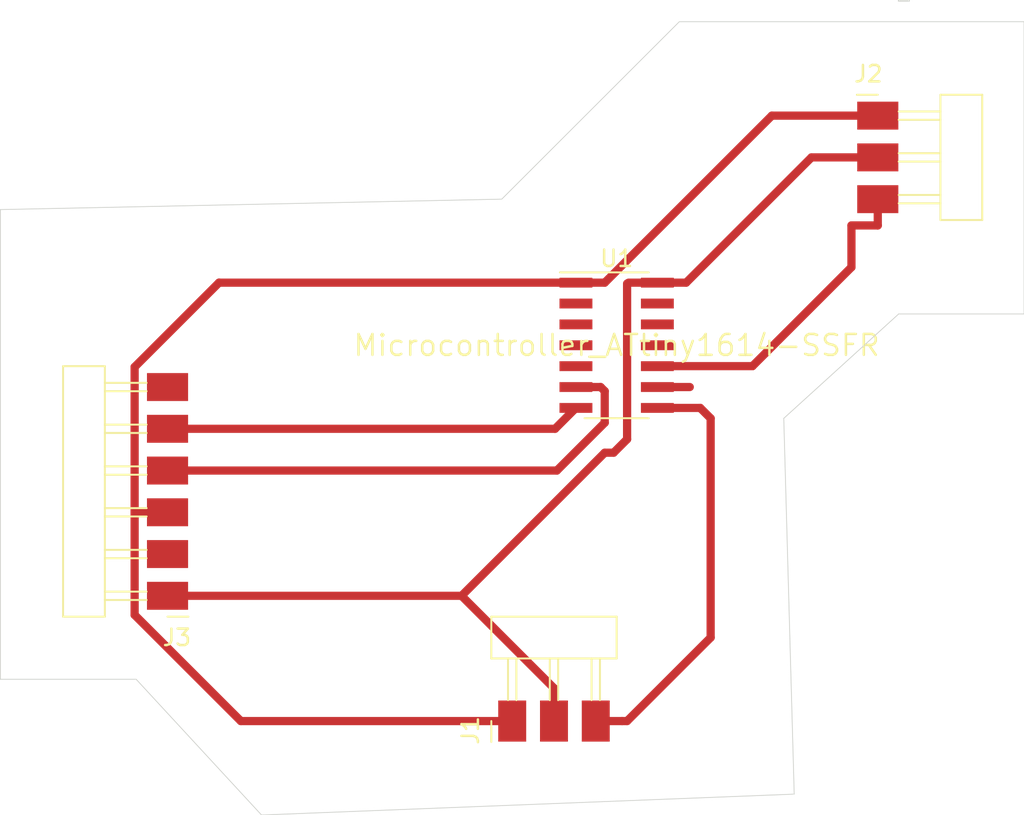
<source format=kicad_pcb>
(kicad_pcb (version 20171130) (host pcbnew "(5.1.9)-1")

  (general
    (thickness 1.6)
    (drawings 12)
    (tracks 41)
    (zones 0)
    (modules 4)
    (nets 17)
  )

  (page A4)
  (layers
    (0 F.Cu signal)
    (31 B.Cu signal)
    (32 B.Adhes user)
    (33 F.Adhes user)
    (34 B.Paste user)
    (35 F.Paste user)
    (36 B.SilkS user)
    (37 F.SilkS user)
    (38 B.Mask user)
    (39 F.Mask user)
    (40 Dwgs.User user)
    (41 Cmts.User user)
    (42 Eco1.User user)
    (43 Eco2.User user)
    (44 Edge.Cuts user)
    (45 Margin user)
    (46 B.CrtYd user)
    (47 F.CrtYd user)
    (48 B.Fab user)
    (49 F.Fab user)
  )

  (setup
    (last_trace_width 0.5)
    (trace_clearance 0.5)
    (zone_clearance 0.508)
    (zone_45_only no)
    (trace_min 0.5)
    (via_size 0.8)
    (via_drill 0.4)
    (via_min_size 0.5)
    (via_min_drill 0.3)
    (uvia_size 0.3)
    (uvia_drill 0.1)
    (uvias_allowed no)
    (uvia_min_size 0.2)
    (uvia_min_drill 0.1)
    (edge_width 0.05)
    (segment_width 0.2)
    (pcb_text_width 0.3)
    (pcb_text_size 1.5 1.5)
    (mod_edge_width 0.12)
    (mod_text_size 1 1)
    (mod_text_width 0.15)
    (pad_size 1.524 1.524)
    (pad_drill 0.762)
    (pad_to_mask_clearance 0)
    (aux_axis_origin 0 0)
    (visible_elements 7FFFFFFF)
    (pcbplotparams
      (layerselection 0x010fc_ffffffff)
      (usegerberextensions false)
      (usegerberattributes true)
      (usegerberadvancedattributes true)
      (creategerberjobfile true)
      (excludeedgelayer true)
      (linewidth 0.100000)
      (plotframeref false)
      (viasonmask false)
      (mode 1)
      (useauxorigin false)
      (hpglpennumber 1)
      (hpglpenspeed 20)
      (hpglpendiameter 15.000000)
      (psnegative false)
      (psa4output false)
      (plotreference true)
      (plotvalue true)
      (plotinvisibletext false)
      (padsonsilk false)
      (subtractmaskfromsilk false)
      (outputformat 1)
      (mirror false)
      (drillshape 1)
      (scaleselection 1)
      (outputdirectory ""))
  )

  (net 0 "")
  (net 1 "Net-(U1-Pad13)")
  (net 2 "Net-(U1-Pad12)")
  (net 3 "Net-(U1-Pad11)")
  (net 4 "Net-(J1-Pad3)")
  (net 5 "Net-(U1-Pad5)")
  (net 6 "Net-(J3-Pad4)")
  (net 7 "Net-(J3-Pad5)")
  (net 8 "Net-(U1-Pad2)")
  (net 9 "Net-(J3-Pad2)")
  (net 10 "Net-(J3-Pad6)")
  (net 11 "Net-(U1-Pad9)")
  (net 12 "Net-(U1-Pad7)")
  (net 13 "Net-(U1-Pad6)")
  (net 14 /VCC)
  (net 15 /GND)
  (net 16 /UPDI)

  (net_class Default "This is the default net class."
    (clearance 0.5)
    (trace_width 0.5)
    (via_dia 0.8)
    (via_drill 0.4)
    (uvia_dia 0.3)
    (uvia_drill 0.1)
    (add_net /GND)
    (add_net /UPDI)
    (add_net /VCC)
    (add_net "Net-(J1-Pad3)")
    (add_net "Net-(J3-Pad2)")
    (add_net "Net-(J3-Pad4)")
    (add_net "Net-(J3-Pad5)")
    (add_net "Net-(J3-Pad6)")
    (add_net "Net-(U1-Pad11)")
    (add_net "Net-(U1-Pad12)")
    (add_net "Net-(U1-Pad13)")
    (add_net "Net-(U1-Pad2)")
    (add_net "Net-(U1-Pad5)")
    (add_net "Net-(U1-Pad6)")
    (add_net "Net-(U1-Pad7)")
    (add_net "Net-(U1-Pad9)")
  )

  (module fab:SOIC-14_3.9x8.7mm_P1.27mm (layer F.Cu) (tedit 60030324) (tstamp 60B82254)
    (at 180.975 75.565)
    (descr "SOIC, 14 Pin, fab version")
    (tags "SOIC fab")
    (path /60B7B318)
    (attr smd)
    (fp_text reference U1 (at 0 -5.28) (layer F.SilkS)
      (effects (font (size 1 1) (thickness 0.15)))
    )
    (fp_text value Microcontroller_ATtiny1614-SSFR (at 0 0) (layer F.SilkS)
      (effects (font (size 1.27 1.27) (thickness 0.15)))
    )
    (fp_line (start -3.6 4.5) (end -3.6 -4.5) (layer F.CrtYd) (width 0.05))
    (fp_line (start 3.7 4.5) (end -3.6 4.5) (layer F.CrtYd) (width 0.05))
    (fp_line (start 3.7 -4.5) (end 3.7 4.5) (layer F.CrtYd) (width 0.05))
    (fp_line (start -3.6 -4.5) (end 3.7 -4.5) (layer F.CrtYd) (width 0.05))
    (fp_line (start 0 4.435) (end 1.95 4.435) (layer F.SilkS) (width 0.12))
    (fp_line (start 0 4.435) (end -1.95 4.435) (layer F.SilkS) (width 0.12))
    (fp_line (start 0 -4.435) (end 1.95 -4.435) (layer F.SilkS) (width 0.12))
    (fp_line (start 0 -4.435) (end -3.45 -4.435) (layer F.SilkS) (width 0.12))
    (fp_line (start -0.975 -4.325) (end 1.95 -4.325) (layer F.Fab) (width 0.1))
    (fp_line (start 1.95 -4.325) (end 1.95 4.325) (layer F.Fab) (width 0.1))
    (fp_line (start 1.95 4.325) (end -1.95 4.325) (layer F.Fab) (width 0.1))
    (fp_line (start -1.95 4.325) (end -1.95 -3.35) (layer F.Fab) (width 0.1))
    (fp_line (start -1.95 -3.35) (end -0.975 -4.325) (layer F.Fab) (width 0.1))
    (fp_text user %R (at 0 0) (layer F.CrtYd)
      (effects (font (size 1 1) (thickness 0.15)))
    )
    (pad 14 smd rect (at 2.475 -3.81) (size 2 0.6) (layers F.Cu F.Paste F.Mask)
      (net 15 /GND))
    (pad 13 smd rect (at 2.475 -2.54) (size 2 0.6) (layers F.Cu F.Paste F.Mask)
      (net 1 "Net-(U1-Pad13)"))
    (pad 12 smd rect (at 2.475 -1.27) (size 2 0.6) (layers F.Cu F.Paste F.Mask)
      (net 2 "Net-(U1-Pad12)"))
    (pad 11 smd rect (at 2.475 0) (size 2 0.6) (layers F.Cu F.Paste F.Mask)
      (net 3 "Net-(U1-Pad11)"))
    (pad 10 smd rect (at 2.475 1.27) (size 2 0.6) (layers F.Cu F.Paste F.Mask)
      (net 16 /UPDI))
    (pad 9 smd rect (at 2.475 2.54) (size 2 0.6) (layers F.Cu F.Paste F.Mask)
      (net 11 "Net-(U1-Pad9)"))
    (pad 8 smd rect (at 2.475 3.81) (size 2 0.6) (layers F.Cu F.Paste F.Mask)
      (net 4 "Net-(J1-Pad3)"))
    (pad 7 smd rect (at -2.475 3.81) (size 2 0.6) (layers F.Cu F.Paste F.Mask)
      (net 12 "Net-(U1-Pad7)"))
    (pad 6 smd rect (at -2.475 2.54) (size 2 0.6) (layers F.Cu F.Paste F.Mask)
      (net 13 "Net-(U1-Pad6)"))
    (pad 5 smd rect (at -2.475 1.27) (size 2 0.6) (layers F.Cu F.Paste F.Mask)
      (net 5 "Net-(U1-Pad5)"))
    (pad 4 smd rect (at -2.475 0) (size 2 0.6) (layers F.Cu F.Paste F.Mask)
      (net 6 "Net-(J3-Pad4)"))
    (pad 3 smd rect (at -2.475 -1.27) (size 2 0.6) (layers F.Cu F.Paste F.Mask)
      (net 7 "Net-(J3-Pad5)"))
    (pad 2 smd rect (at -2.475 -2.54) (size 2 0.6) (layers F.Cu F.Paste F.Mask)
      (net 8 "Net-(U1-Pad2)"))
    (pad 1 smd rect (at -2.475 -3.81) (size 2 0.6) (layers F.Cu F.Paste F.Mask)
      (net 14 /VCC))
    (model ${FAB}/fab.3dshapes/SOIC-14_3.9x8.7mm_P1.27mm.step
      (at (xyz 0 0 0))
      (scale (xyz 1 1 1))
      (rotate (xyz 0 0 0))
    )
  )

  (module fab:Header_SMD_01x03_P2.54mm_Horizontal_Male (layer F.Cu) (tedit 5FFC95A6) (tstamp 60B825AE)
    (at 174.625 98.425 90)
    (descr https://s3.amazonaws.com/catalogspreads-pdf/PAGE112-113%20.100%20MALE%20HDR.pdf)
    (tags "horizontal pin header SMD 2.54mm")
    (path /60B7C286)
    (attr smd)
    (fp_text reference J1 (at -1.524 -2.54 270) (layer F.SilkS)
      (effects (font (size 1 1) (thickness 0.15)) (justify left))
    )
    (fp_text value Hygrometer (at 2.6 8.3 90) (layer F.Fab)
      (effects (font (size 1 1) (thickness 0.15)))
    )
    (fp_line (start 6.4 -1.8) (end -1.8 -1.8) (layer F.CrtYd) (width 0.05))
    (fp_line (start 6.4 6.9) (end 6.4 -1.8) (layer F.CrtYd) (width 0.05))
    (fp_line (start -1.8 6.9) (end 6.4 6.9) (layer F.CrtYd) (width 0.05))
    (fp_line (start -1.8 -1.8) (end -1.8 6.9) (layer F.CrtYd) (width 0.05))
    (fp_line (start -1.27 -1.27) (end 0 -1.27) (layer F.SilkS) (width 0.12))
    (fp_line (start 3.81 6.35) (end 3.8 -1.27) (layer F.Fab) (width 0.1))
    (fp_line (start 3.8 -1.27) (end 6.34 -1.27) (layer F.Fab) (width 0.1))
    (fp_line (start 3.8 6.35) (end 6.35 6.35) (layer F.Fab) (width 0.1))
    (fp_line (start 6.34 -1.27) (end 6.35 6.35) (layer F.Fab) (width 0.1))
    (fp_line (start 3.81 0) (end -0.635 0) (layer F.Fab) (width 0.1))
    (fp_line (start 3.81 2.54) (end -0.635 2.54) (layer F.Fab) (width 0.1))
    (fp_line (start 3.81 5.08) (end -0.635 5.08) (layer F.Fab) (width 0.1))
    (fp_line (start 3.81 -1.27) (end 6.35 -1.27) (layer F.SilkS) (width 0.12))
    (fp_line (start 6.35 -1.27) (end 6.35 6.35) (layer F.SilkS) (width 0.12))
    (fp_line (start 6.35 6.35) (end 3.81 6.35) (layer F.SilkS) (width 0.12))
    (fp_line (start 3.81 6.35) (end 3.81 -1.27) (layer F.SilkS) (width 0.12))
    (fp_line (start 3.81 -0.254) (end 1.27 -0.254) (layer F.SilkS) (width 0.12))
    (fp_line (start 3.81 0.254) (end 1.27 0.254) (layer F.SilkS) (width 0.12))
    (fp_line (start 3.81 2.286) (end 1.27 2.286) (layer F.SilkS) (width 0.12))
    (fp_line (start 3.81 2.794) (end 1.27 2.794) (layer F.SilkS) (width 0.12))
    (fp_line (start 3.81 4.826) (end 1.27 4.826) (layer F.SilkS) (width 0.12))
    (fp_line (start 3.81 5.334) (end 1.27 5.334) (layer F.SilkS) (width 0.12))
    (fp_line (start -0.635 -0.254) (end -0.635 0.254) (layer F.Fab) (width 0.1))
    (fp_line (start -0.635 2.286) (end -0.635 2.794) (layer F.Fab) (width 0.1))
    (fp_line (start -0.635 4.826) (end -0.635 5.334) (layer F.Fab) (width 0.1))
    (fp_text user %R (at 2.4 2.6) (layer F.Fab)
      (effects (font (size 1 1) (thickness 0.15)))
    )
    (pad 1 smd rect (at 0 0 90) (size 2.5 1.7) (layers F.Cu F.Paste F.Mask)
      (net 14 /VCC))
    (pad 2 smd rect (at 0 2.54 90) (size 2.5 1.7) (layers F.Cu F.Paste F.Mask)
      (net 15 /GND))
    (pad 3 smd rect (at 0 5.08 90) (size 2.5 1.7) (layers F.Cu F.Paste F.Mask)
      (net 4 "Net-(J1-Pad3)"))
    (model "$(FAB)/fab.3dshapes/Header_SMD_01x03_P2.54mm_Horizontal_Male.step"
      (at (xyz 0 0 0))
      (scale (xyz 1 1 1))
      (rotate (xyz 0 0 0))
    )
  )

  (module fab:Header_SMD_01x03_P2.54mm_Horizontal_Male (layer F.Cu) (tedit 5FFC95A6) (tstamp 60B825CF)
    (at 196.85 61.595)
    (descr https://s3.amazonaws.com/catalogspreads-pdf/PAGE112-113%20.100%20MALE%20HDR.pdf)
    (tags "horizontal pin header SMD 2.54mm")
    (path /60B7CD0C)
    (attr smd)
    (fp_text reference J2 (at -1.524 -2.54 180) (layer F.SilkS)
      (effects (font (size 1 1) (thickness 0.15)) (justify left))
    )
    (fp_text value Program (at 2.6 8.3) (layer F.Fab)
      (effects (font (size 1 1) (thickness 0.15)))
    )
    (fp_line (start -0.635 4.826) (end -0.635 5.334) (layer F.Fab) (width 0.1))
    (fp_line (start -0.635 2.286) (end -0.635 2.794) (layer F.Fab) (width 0.1))
    (fp_line (start -0.635 -0.254) (end -0.635 0.254) (layer F.Fab) (width 0.1))
    (fp_line (start 3.81 5.334) (end 1.27 5.334) (layer F.SilkS) (width 0.12))
    (fp_line (start 3.81 4.826) (end 1.27 4.826) (layer F.SilkS) (width 0.12))
    (fp_line (start 3.81 2.794) (end 1.27 2.794) (layer F.SilkS) (width 0.12))
    (fp_line (start 3.81 2.286) (end 1.27 2.286) (layer F.SilkS) (width 0.12))
    (fp_line (start 3.81 0.254) (end 1.27 0.254) (layer F.SilkS) (width 0.12))
    (fp_line (start 3.81 -0.254) (end 1.27 -0.254) (layer F.SilkS) (width 0.12))
    (fp_line (start 3.81 6.35) (end 3.81 -1.27) (layer F.SilkS) (width 0.12))
    (fp_line (start 6.35 6.35) (end 3.81 6.35) (layer F.SilkS) (width 0.12))
    (fp_line (start 6.35 -1.27) (end 6.35 6.35) (layer F.SilkS) (width 0.12))
    (fp_line (start 3.81 -1.27) (end 6.35 -1.27) (layer F.SilkS) (width 0.12))
    (fp_line (start 3.81 5.08) (end -0.635 5.08) (layer F.Fab) (width 0.1))
    (fp_line (start 3.81 2.54) (end -0.635 2.54) (layer F.Fab) (width 0.1))
    (fp_line (start 3.81 0) (end -0.635 0) (layer F.Fab) (width 0.1))
    (fp_line (start 6.34 -1.27) (end 6.35 6.35) (layer F.Fab) (width 0.1))
    (fp_line (start 3.8 6.35) (end 6.35 6.35) (layer F.Fab) (width 0.1))
    (fp_line (start 3.8 -1.27) (end 6.34 -1.27) (layer F.Fab) (width 0.1))
    (fp_line (start 3.81 6.35) (end 3.8 -1.27) (layer F.Fab) (width 0.1))
    (fp_line (start -1.27 -1.27) (end 0 -1.27) (layer F.SilkS) (width 0.12))
    (fp_line (start -1.8 -1.8) (end -1.8 6.9) (layer F.CrtYd) (width 0.05))
    (fp_line (start -1.8 6.9) (end 6.4 6.9) (layer F.CrtYd) (width 0.05))
    (fp_line (start 6.4 6.9) (end 6.4 -1.8) (layer F.CrtYd) (width 0.05))
    (fp_line (start 6.4 -1.8) (end -1.8 -1.8) (layer F.CrtYd) (width 0.05))
    (fp_text user %R (at 2.4 2.6 90) (layer F.Fab)
      (effects (font (size 1 1) (thickness 0.15)))
    )
    (pad 3 smd rect (at 0 5.08) (size 2.5 1.7) (layers F.Cu F.Paste F.Mask)
      (net 16 /UPDI))
    (pad 2 smd rect (at 0 2.54) (size 2.5 1.7) (layers F.Cu F.Paste F.Mask)
      (net 15 /GND))
    (pad 1 smd rect (at 0 0) (size 2.5 1.7) (layers F.Cu F.Paste F.Mask)
      (net 14 /VCC))
    (model "$(FAB)/fab.3dshapes/Header_SMD_01x03_P2.54mm_Horizontal_Male.step"
      (at (xyz 0 0 0))
      (scale (xyz 1 1 1))
      (rotate (xyz 0 0 0))
    )
  )

  (module fab:Header_SMD_01x06_P2.54mm_Horizontal_Male (layer F.Cu) (tedit 5FFC9606) (tstamp 60B825FF)
    (at 153.67 90.805 180)
    (descr https://s3.amazonaws.com/catalogspreads-pdf/PAGE112-113%20.100%20MALE%20HDR.pdf)
    (tags "horizontal pin header SMD 2.54mm")
    (path /60B7D858)
    (attr smd)
    (fp_text reference J3 (at -1.524 -2.54 180) (layer F.SilkS)
      (effects (font (size 1 1) (thickness 0.15)) (justify right))
    )
    (fp_text value Serial (at 2.286 15.621) (layer F.Fab)
      (effects (font (size 1 1) (thickness 0.15)))
    )
    (fp_line (start -0.635 12.446) (end -0.635 12.954) (layer F.Fab) (width 0.1))
    (fp_line (start -0.635 9.906) (end -0.635 10.414) (layer F.Fab) (width 0.1))
    (fp_line (start -0.635 7.366) (end -0.635 7.874) (layer F.Fab) (width 0.1))
    (fp_line (start -0.635 4.826) (end -0.635 5.334) (layer F.Fab) (width 0.1))
    (fp_line (start -0.635 2.286) (end -0.635 2.794) (layer F.Fab) (width 0.1))
    (fp_line (start -0.635 -0.254) (end -0.635 0.254) (layer F.Fab) (width 0.1))
    (fp_line (start 3.81 12.954) (end 1.27 12.954) (layer F.SilkS) (width 0.12))
    (fp_line (start 3.81 12.446) (end 1.27 12.446) (layer F.SilkS) (width 0.12))
    (fp_line (start 3.81 10.414) (end 1.27 10.414) (layer F.SilkS) (width 0.12))
    (fp_line (start 3.81 9.906) (end 1.27 9.906) (layer F.SilkS) (width 0.12))
    (fp_line (start 3.81 7.874) (end 1.27 7.874) (layer F.SilkS) (width 0.12))
    (fp_line (start 3.81 7.366) (end 1.27 7.366) (layer F.SilkS) (width 0.12))
    (fp_line (start 3.81 5.334) (end 1.27 5.334) (layer F.SilkS) (width 0.12))
    (fp_line (start 3.81 4.826) (end 1.27 4.826) (layer F.SilkS) (width 0.12))
    (fp_line (start 3.81 2.794) (end 1.27 2.794) (layer F.SilkS) (width 0.12))
    (fp_line (start 3.81 2.286) (end 1.27 2.286) (layer F.SilkS) (width 0.12))
    (fp_line (start 3.81 0.254) (end 1.27 0.254) (layer F.SilkS) (width 0.12))
    (fp_line (start 3.81 -0.254) (end 1.27 -0.254) (layer F.SilkS) (width 0.12))
    (fp_line (start 3.81 13.97) (end 3.81 -1.27) (layer F.SilkS) (width 0.12))
    (fp_line (start 6.35 13.97) (end 3.81 13.97) (layer F.SilkS) (width 0.12))
    (fp_line (start 6.35 -1.27) (end 6.35 13.97) (layer F.SilkS) (width 0.12))
    (fp_line (start 3.81 -1.27) (end 6.35 -1.27) (layer F.SilkS) (width 0.12))
    (fp_line (start 3.81 12.7) (end -0.635 12.7) (layer F.Fab) (width 0.1))
    (fp_line (start 3.81 10.16) (end -0.635 10.16) (layer F.Fab) (width 0.1))
    (fp_line (start 3.81 7.62) (end -0.635 7.62) (layer F.Fab) (width 0.1))
    (fp_line (start 3.81 5.08) (end -0.635 5.08) (layer F.Fab) (width 0.1))
    (fp_line (start 3.81 2.54) (end -0.635 2.54) (layer F.Fab) (width 0.1))
    (fp_line (start 3.81 0) (end -0.635 0) (layer F.Fab) (width 0.1))
    (fp_line (start 6.34 -1.27) (end 6.35 13.97) (layer F.Fab) (width 0.1))
    (fp_line (start 3.8 13.97) (end 6.35 13.97) (layer F.Fab) (width 0.1))
    (fp_line (start 3.8 -1.27) (end 6.34 -1.27) (layer F.Fab) (width 0.1))
    (fp_line (start 3.8 13.97) (end 3.8 -1.27) (layer F.Fab) (width 0.1))
    (fp_line (start -1.27 -1.27) (end 0 -1.27) (layer F.SilkS) (width 0.12))
    (fp_line (start -1.8 -1.8) (end -1.8 14.5) (layer F.CrtYd) (width 0.05))
    (fp_line (start -1.8 14.5) (end 6.4 14.5) (layer F.CrtYd) (width 0.05))
    (fp_line (start 6.4 14.5) (end 6.4 -1.8) (layer F.CrtYd) (width 0.05))
    (fp_line (start 6.4 -1.8) (end -1.8 -1.8) (layer F.CrtYd) (width 0.05))
    (fp_text user %R (at 2.6 6.1 90) (layer F.Fab)
      (effects (font (size 1 1) (thickness 0.15)))
    )
    (pad 1 smd rect (at 0 0 180) (size 2.5 1.7) (layers F.Cu F.Paste F.Mask)
      (net 15 /GND))
    (pad 2 smd rect (at 0 2.54 180) (size 2.5 1.7) (layers F.Cu F.Paste F.Mask)
      (net 9 "Net-(J3-Pad2)"))
    (pad 3 smd rect (at 0 5.08 180) (size 2.5 1.7) (layers F.Cu F.Paste F.Mask)
      (net 14 /VCC))
    (pad 4 smd rect (at 0 7.62 180) (size 2.5 1.7) (layers F.Cu F.Paste F.Mask)
      (net 6 "Net-(J3-Pad4)"))
    (pad 5 smd rect (at 0 10.16 180) (size 2.5 1.7) (layers F.Cu F.Paste F.Mask)
      (net 7 "Net-(J3-Pad5)"))
    (pad 6 smd rect (at 0 12.7 180) (size 2.5 1.7) (layers F.Cu F.Paste F.Mask)
      (net 10 "Net-(J3-Pad6)"))
    (model ${FAB}/fab.3dshapes/Header_SMD_01x06_P2.54mm_Horizontal_Male.step
      (at (xyz 0 0 0))
      (scale (xyz 1 1 1))
      (rotate (xyz 0 0 0))
    )
  )

  (gr_line (start 159.385 104.14) (end 191.77 102.87) (layer Edge.Cuts) (width 0.05) (tstamp 60BA8C5C))
  (gr_line (start 151.765 95.885) (end 159.385 104.14) (layer Edge.Cuts) (width 0.05))
  (gr_line (start 143.51 95.885) (end 151.765 95.885) (layer Edge.Cuts) (width 0.05))
  (gr_line (start 143.51 67.31) (end 143.51 95.885) (layer Edge.Cuts) (width 0.05))
  (gr_line (start 173.99 66.675) (end 143.51 67.31) (layer Edge.Cuts) (width 0.05))
  (gr_line (start 184.785 55.88) (end 173.99 66.675) (layer Edge.Cuts) (width 0.05))
  (gr_line (start 205.74 55.88) (end 184.785 55.88) (layer Edge.Cuts) (width 0.05))
  (gr_line (start 205.74 73.66) (end 205.74 55.88) (layer Edge.Cuts) (width 0.05))
  (gr_line (start 198.12 73.66) (end 205.74 73.66) (layer Edge.Cuts) (width 0.05))
  (gr_line (start 191.135 80.01) (end 198.12 73.66) (layer Edge.Cuts) (width 0.05))
  (gr_line (start 191.77 102.87) (end 191.135 80.01) (layer Edge.Cuts) (width 0.05))
  (gr_line (start 198.12 54.61) (end 198.755 54.61) (layer Edge.Cuts) (width 0.1))

  (segment (start 171.5453 90.805) (end 177.165 96.4247) (width 0.5) (layer F.Cu) (net 15))
  (segment (start 153.67 90.805) (end 171.5453 90.805) (width 0.5) (layer F.Cu) (net 15))
  (segment (start 171.5453 90.805) (end 180.2504 82.0999) (width 0.5) (layer F.Cu) (net 15))
  (segment (start 183.45 71.755) (end 181.6997 71.755) (width 0.5) (layer F.Cu) (net 15))
  (segment (start 183.45 71.755) (end 185.2003 71.755) (width 0.5) (layer F.Cu) (net 15))
  (segment (start 196.85 64.135) (end 192.8203 64.135) (width 0.5) (layer F.Cu) (net 15))
  (segment (start 192.8203 64.135) (end 185.2003 71.755) (width 0.5) (layer F.Cu) (net 15))
  (segment (start 177.165 98.425) (end 177.165 96.4247) (width 0.5) (layer F.Cu) (net 15))
  (segment (start 180.2504 82.0999) (end 180.7901 82.0999) (width 0.5) (layer F.Cu) (net 15))
  (segment (start 180.7901 82.0999) (end 181.61 81.28) (width 0.5) (layer F.Cu) (net 15))
  (segment (start 181.61 81.28) (end 181.61 71.809526) (width 0.5) (layer F.Cu) (net 15))
  (segment (start 196.85 66.675) (end 196.85 68.2753) (width 0.5) (layer F.Cu) (net 16))
  (segment (start 196.85 68.2753) (end 195.2497 68.2753) (width 0.5) (layer F.Cu) (net 16))
  (segment (start 195.2497 68.2753) (end 195.2497 70.8153) (width 0.5) (layer F.Cu) (net 16))
  (segment (start 189.23 76.835) (end 183.45 76.835) (width 0.5) (layer F.Cu) (net 16))
  (segment (start 195.2497 70.8153) (end 189.23 76.835) (width 0.5) (layer F.Cu) (net 16))
  (segment (start 185.42 78.105) (end 183.45 78.105) (width 0.5) (layer F.Cu) (net 11))
  (segment (start 179.705 98.425) (end 181.3053 98.425) (width 0.5) (layer F.Cu) (net 4))
  (segment (start 183.45 79.375) (end 186.055 79.375) (width 0.5) (layer F.Cu) (net 4))
  (segment (start 186.055 79.375) (end 186.69 80.01) (width 0.5) (layer F.Cu) (net 4))
  (segment (start 186.69 80.01) (end 186.69 93.345) (width 0.5) (layer F.Cu) (net 4))
  (segment (start 181.61 98.425) (end 181.3053 98.425) (width 0.5) (layer F.Cu) (net 4))
  (segment (start 186.69 93.345) (end 181.61 98.425) (width 0.5) (layer F.Cu) (net 4))
  (segment (start 180 78.105) (end 178.5 78.105) (width 0.5) (layer F.Cu) (net 6))
  (segment (start 180.250001 78.355001) (end 180 78.105) (width 0.5) (layer F.Cu) (net 6))
  (segment (start 180.250001 80.275001) (end 180.250001 78.355001) (width 0.5) (layer F.Cu) (net 6))
  (segment (start 177.340002 83.185) (end 180.250001 80.275001) (width 0.5) (layer F.Cu) (net 6))
  (segment (start 153.67 83.185) (end 177.340002 83.185) (width 0.5) (layer F.Cu) (net 6))
  (segment (start 177.23 80.645) (end 178.5 79.375) (width 0.5) (layer F.Cu) (net 7))
  (segment (start 153.67 80.645) (end 177.23 80.645) (width 0.5) (layer F.Cu) (net 7))
  (segment (start 178.5 71.755) (end 156.8005 71.755) (width 0.5) (layer F.Cu) (net 14))
  (segment (start 156.8005 71.755) (end 151.6697 76.8858) (width 0.5) (layer F.Cu) (net 14))
  (segment (start 151.6697 76.8858) (end 151.6697 85.725) (width 0.5) (layer F.Cu) (net 14))
  (segment (start 179.1251 71.755) (end 178.5 71.755) (width 0.5) (layer F.Cu) (net 14))
  (segment (start 153.67 85.725) (end 151.6697 85.725) (width 0.5) (layer F.Cu) (net 14))
  (segment (start 151.6697 85.725) (end 151.6697 91.968) (width 0.5) (layer F.Cu) (net 14))
  (segment (start 151.6697 91.968) (end 158.1267 98.425) (width 0.5) (layer F.Cu) (net 14))
  (segment (start 158.1267 98.425) (end 174.625 98.425) (width 0.5) (layer F.Cu) (net 14))
  (segment (start 179.1251 71.755) (end 180.2503 71.755) (width 0.5) (layer F.Cu) (net 14))
  (segment (start 196.85 61.595) (end 190.4103 61.595) (width 0.5) (layer F.Cu) (net 14))
  (segment (start 190.4103 61.595) (end 180.2503 71.755) (width 0.5) (layer F.Cu) (net 14))

)

</source>
